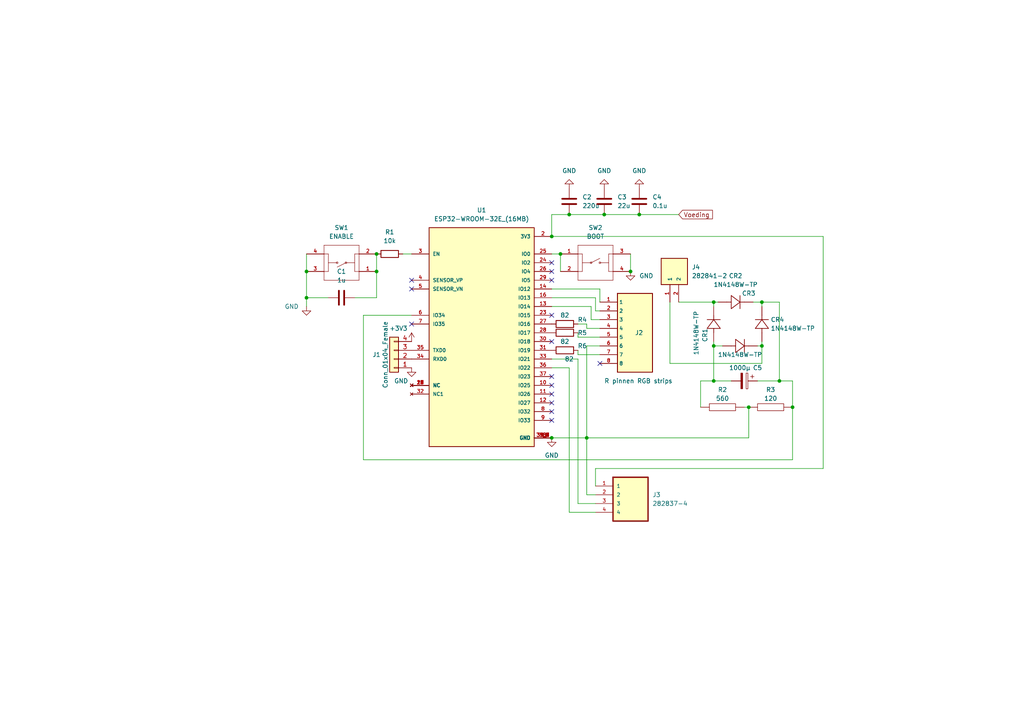
<source format=kicad_sch>
(kicad_sch (version 20211123) (generator eeschema)
  (paper "A4")
  (lib_symbols
    (symbol "1825910-6:1825910-6" (pin_names (offset 1.016) hide)
      (property "Reference" "SW" (at -5.08 5.842 0))
      (property "Value" "1825910-6" (at -5.08 -7.62 0))
      (symbol "1825910-6_0_0"
        (circle (center -1.27 0) (radius 0.254) (stroke (width 0.127)))
        (polyline (pts (xy -5.08 -5.08) (xy 5.08 -5.08)) (stroke (width 0.127)))
        (polyline (pts (xy -5.08 -2.54) (xy -5.08 -5.08)) (stroke (width 0.127)))
        (polyline (pts (xy -5.08 2.54) (xy -5.08 -2.54)) (stroke (width 0.127)))
        (polyline (pts (xy -5.08 2.54) (xy -3.81 2.54)) (stroke (width 0.127)))
        (polyline (pts (xy -5.08 5.08) (xy -5.08 2.54)) (stroke (width 0.127)))
        (polyline (pts (xy -5.08 5.08) (xy 5.08 5.08)) (stroke (width 0.127)))
        (polyline (pts (xy -3.81 -2.54) (xy -5.08 -2.54)) (stroke (width 0.127)))
        (polyline (pts (xy -3.81 0) (xy -3.81 -2.54)) (stroke (width 0.127)))
        (polyline (pts (xy -3.81 0) (xy -1.27 0)) (stroke (width 0.127)))
        (polyline (pts (xy -3.81 2.54) (xy -3.81 0)) (stroke (width 0.127)))
        (polyline (pts (xy -1.27 0) (xy 1.27 1.27)) (stroke (width 0.127)))
        (polyline (pts (xy 1.27 0) (xy 3.81 0)) (stroke (width 0.127)))
        (polyline (pts (xy 3.81 -2.54) (xy 5.08 -2.54)) (stroke (width 0.127)))
        (polyline (pts (xy 3.81 0) (xy 3.81 -2.54)) (stroke (width 0.127)))
        (polyline (pts (xy 3.81 0) (xy 3.81 2.54)) (stroke (width 0.127)))
        (polyline (pts (xy 3.81 2.54) (xy 5.08 2.54)) (stroke (width 0.127)))
        (polyline (pts (xy 5.08 -2.54) (xy 5.08 -5.08)) (stroke (width 0.127)))
        (polyline (pts (xy 5.08 2.54) (xy 5.08 -2.54)) (stroke (width 0.127)))
        (polyline (pts (xy 5.08 5.08) (xy 5.08 2.54)) (stroke (width 0.127)))
        (circle (center 1.27 0) (radius 0.254) (stroke (width 0.127)))
        (pin passive line (at -10.16 2.54 0) (length 5.08) (name "~") (number "1"))
        (pin passive line (at -10.16 -2.54 0) (length 5.08) (name "~") (number "2"))
        (pin passive line (at 10.16 2.54 180) (length 5.08) (name "~") (number "3"))
        (pin passive line (at 10.16 -2.54 180) (length 5.08) (name "~") (number "4"))
      )
    )
    (symbol "1N4148W-TP:1N4148W-TP" (pin_numbers hide) (pin_names (offset 1.016) hide)
      (property "Reference" "CR" (at -2.8194 2.6924 0))
      (property "Value" "1N4148W-TP" (at -3.8862 -5.5372 0))
      (symbol "1N4148W-TP_0_0"
        (polyline (pts (xy 2.54 0) (xy 3.81 0)) (stroke (width 0.2032)))
        (polyline (pts (xy 3.81 -1.905) (xy 6.35 0)) (stroke (width 0.2032)))
        (polyline (pts (xy 3.81 0) (xy 3.81 -1.905)) (stroke (width 0.2032)))
        (polyline (pts (xy 3.81 1.905) (xy 3.81 0)) (stroke (width 0.2032)))
        (polyline (pts (xy 6.35 -1.905) (xy 6.35 0)) (stroke (width 0.2032)))
        (polyline (pts (xy 6.35 0) (xy 3.81 1.905)) (stroke (width 0.2032)))
        (polyline (pts (xy 6.35 0) (xy 6.35 1.905)) (stroke (width 0.2032)))
        (polyline (pts (xy 6.35 0) (xy 7.62 0)) (stroke (width 0.2032)))
        (pin passive line (at 10.16 0 180) (length 2.54) (name "~") (number "1"))
        (pin passive line (at 0 0 0) (length 2.54) (name "~") (number "2"))
      )
    )
    (symbol "282837-4:282837-4" (pin_names (offset 1.016))
      (property "Reference" "J" (at 0 12.7 0))
      (property "Value" "282837-4" (at 0 -10.16 0))
      (symbol "282837-4_0_0"
        (rectangle (start -5.08 -5.08) (end 5.08 7.62) (stroke (width 0.4064)) (fill (type background)))
        (pin passive line (at -10.16 5.08 0) (length 5.08) (name "1") (number "1"))
        (pin passive line (at -10.16 2.54 0) (length 5.08) (name "2") (number "2"))
        (pin passive line (at -10.16 0 0) (length 5.08) (name "3") (number "3"))
        (pin passive line (at -10.16 -2.54 0) (length 5.08) (name "4") (number "4"))
      )
    )
    (symbol "282841-2:282841-2" (pin_names (offset 1.016))
      (property "Reference" "J" (at 0 10.16 0))
      (property "Value" "282841-2" (at 0 -7.62 0))
      (symbol "282841-2_0_0"
        (rectangle (start -5.08 -2.54) (end 2.54 5.08) (stroke (width 0.254)) (fill (type background)))
        (pin passive line (at -10.16 2.54 0) (length 5.08) (name "1") (number "1"))
        (pin passive line (at -10.16 0 0) (length 5.08) (name "2") (number "2"))
      )
    )
    (symbol "282841-5:8_pin_connector"
      (property "Reference" "U" (at -5.08 12.7 0))
      (property "Value" "8_pin_connector" (at 0 -13.97 0))
      (symbol "8_pin_connector_0_0"
        (pin passive line (at -10.16 8.89 0) (length 5.08) (name "1") (number "1"))
        (pin passive line (at -10.16 6.35 0) (length 5.08) (name "2") (number "2"))
        (pin passive line (at -10.16 3.81 0) (length 5.08) (name "3") (number "3"))
        (pin passive line (at -10.16 1.27 0) (length 5.08) (name "4") (number "4"))
        (pin passive line (at -10.16 -1.27 0) (length 5.08) (name "5") (number "5"))
        (pin passive line (at -10.16 -3.81 0) (length 5.08) (name "6") (number "6"))
        (pin passive line (at -10.16 -6.35 0) (length 5.08) (name "7") (number "7"))
        (pin passive line (at -10.16 -8.89 0) (length 5.08) (name "8") (number "8"))
      )
      (symbol "8_pin_connector_0_1"
        (rectangle (start -5.08 11.43) (end 5.08 -11.43))
        (rectangle (start -5.08 11.43) (end 5.08 -11.43) (fill (type background)))
        (polyline (pts (xy -5.08 11.43) (xy -5.08 -11.43) (xy 5.08 -11.43) (xy 5.08 11.43) (xy -5.08 11.43)) (stroke (width 0.254)))
      )
    )
    (symbol "Connector_Generic:Conn_01x04" (pin_names (offset 1.016) hide)
      (property "Reference" "J" (at 0 5.08 0))
      (property "Value" "Conn_01x04" (at 0 -7.62 0))
      (symbol "Conn_01x04_1_1"
        (rectangle (start -1.27 -4.953) (end 0 -5.207) (stroke (width 0.1524)))
        (rectangle (start -1.27 -2.413) (end 0 -2.667) (stroke (width 0.1524)))
        (rectangle (start -1.27 0.127) (end 0 -0.127) (stroke (width 0.1524)))
        (rectangle (start -1.27 2.667) (end 0 2.413) (stroke (width 0.1524)))
        (rectangle (start -1.27 3.81) (end 1.27 -6.35) (stroke (width 0.254)) (fill (type background)))
        (pin passive line (at -5.08 2.54 0) (length 3.81) (name "Pin_1") (number "1"))
        (pin passive line (at -5.08 0 0) (length 3.81) (name "Pin_2") (number "2"))
        (pin passive line (at -5.08 -2.54 0) (length 3.81) (name "Pin_3") (number "3"))
        (pin passive line (at -5.08 -5.08 0) (length 3.81) (name "Pin_4") (number "4"))
      )
    )
    (symbol "Device:C" (pin_numbers hide) (pin_names (offset 0.254))
      (property "Reference" "C" (at 0.635 2.54 0))
      (property "Value" "C" (at 0.635 -2.54 0))
      (symbol "C_0_1"
        (polyline (pts (xy -2.032 -0.762) (xy 2.032 -0.762)) (stroke (width 0.508)))
        (polyline (pts (xy -2.032 0.762) (xy 2.032 0.762)) (stroke (width 0.508)))
      )
      (symbol "C_1_1"
        (pin passive line (at 0 3.81 270) (length 2.794) (name "~") (number "1"))
        (pin passive line (at 0 -3.81 90) (length 2.794) (name "~") (number "2"))
      )
    )
    (symbol "Device:C_Polarized" (pin_numbers hide) (pin_names (offset 0.254))
      (property "Reference" "C" (at 0.635 2.54 0))
      (property "Value" "C_Polarized" (at 0.635 -2.54 0))
      (symbol "C_Polarized_0_1"
        (rectangle (start -2.286 0.508) (end 2.286 1.016))
        (polyline (pts (xy -1.778 2.286) (xy -0.762 2.286)))
        (polyline (pts (xy -1.27 2.794) (xy -1.27 1.778)))
        (rectangle (start 2.286 -0.508) (end -2.286 -1.016) (fill (type outline)))
      )
      (symbol "C_Polarized_1_1"
        (pin passive line (at 0 3.81 270) (length 2.794) (name "~") (number "1"))
        (pin passive line (at 0 -3.81 90) (length 2.794) (name "~") (number "2"))
      )
    )
    (symbol "Device:R" (pin_numbers hide) (pin_names (offset 0))
      (property "Reference" "R" (at 2.032 0 90))
      (property "Value" "R" (at 0 0 90))
      (symbol "R_0_1"
        (rectangle (start -1.016 -2.54) (end 1.016 2.54) (stroke (width 0.254)))
      )
      (symbol "R_1_1"
        (pin passive line (at 0 3.81 270) (length 1.27) (name "~") (number "1"))
        (pin passive line (at 0 -3.81 90) (length 1.27) (name "~") (number "2"))
      )
    )
    (symbol "ESP32-WROOM-32E__16MB_:ESP32-WROOM-32E_(16MB)" (pin_names (offset 1.016))
      (property "Reference" "U" (at -15.24 33.909 0))
      (property "Value" "ESP32-WROOM-32E_(16MB)" (at -15.24 -33.02 0))
      (symbol "ESP32-WROOM-32E_(16MB)_0_0"
        (rectangle (start -15.24 -30.48) (end 15.24 33.02) (stroke (width 0.254)) (fill (type background)))
        (pin power_in line (at 20.32 -27.94 180) (length 5.08) (name "GND") (number "1"))
        (pin bidirectional line (at 20.32 -12.7 180) (length 5.08) (name "IO25") (number "10"))
        (pin bidirectional line (at 20.32 -15.24 180) (length 5.08) (name "IO26") (number "11"))
        (pin bidirectional line (at 20.32 -17.78 180) (length 5.08) (name "IO27") (number "12"))
        (pin bidirectional line (at 20.32 10.16 180) (length 5.08) (name "IO14") (number "13"))
        (pin bidirectional line (at 20.32 15.24 180) (length 5.08) (name "IO12") (number "14"))
        (pin power_in line (at 20.32 -27.94 180) (length 5.08) (name "GND") (number "15"))
        (pin bidirectional line (at 20.32 12.7 180) (length 5.08) (name "IO13") (number "16"))
        (pin no_connect line (at -20.32 -12.7 0) (length 5.08) (name "NC") (number "17"))
        (pin no_connect line (at -20.32 -12.7 0) (length 5.08) (name "NC") (number "18"))
        (pin no_connect line (at -20.32 -12.7 0) (length 5.08) (name "NC") (number "19"))
        (pin power_in line (at 20.32 30.48 180) (length 5.08) (name "3V3") (number "2"))
        (pin no_connect line (at -20.32 -12.7 0) (length 5.08) (name "NC") (number "20"))
        (pin no_connect line (at -20.32 -12.7 0) (length 5.08) (name "NC") (number "21"))
        (pin no_connect line (at -20.32 -12.7 0) (length 5.08) (name "NC") (number "22"))
        (pin bidirectional line (at 20.32 7.62 180) (length 5.08) (name "IO15") (number "23"))
        (pin bidirectional line (at 20.32 22.86 180) (length 5.08) (name "IO2") (number "24"))
        (pin bidirectional line (at 20.32 25.4 180) (length 5.08) (name "IO0") (number "25"))
        (pin bidirectional line (at 20.32 20.32 180) (length 5.08) (name "IO4") (number "26"))
        (pin bidirectional line (at 20.32 5.08 180) (length 5.08) (name "IO16") (number "27"))
        (pin bidirectional line (at 20.32 2.54 180) (length 5.08) (name "IO17") (number "28"))
        (pin bidirectional line (at 20.32 17.78 180) (length 5.08) (name "IO5") (number "29"))
        (pin input line (at -20.32 25.4 0) (length 5.08) (name "EN") (number "3"))
        (pin bidirectional line (at 20.32 0 180) (length 5.08) (name "IO18") (number "30"))
        (pin bidirectional line (at 20.32 -2.54 180) (length 5.08) (name "IO19") (number "31"))
        (pin no_connect line (at -20.32 -15.24 0) (length 5.08) (name "NC1") (number "32"))
        (pin bidirectional line (at 20.32 -5.08 180) (length 5.08) (name "IO21") (number "33"))
        (pin bidirectional line (at -20.32 -5.08 0) (length 5.08) (name "RXD0") (number "34"))
        (pin bidirectional line (at -20.32 -2.54 0) (length 5.08) (name "TXD0") (number "35"))
        (pin bidirectional line (at 20.32 -7.62 180) (length 5.08) (name "IO22") (number "36"))
        (pin bidirectional line (at 20.32 -10.16 180) (length 5.08) (name "IO23") (number "37"))
        (pin power_in line (at 20.32 -27.94 180) (length 5.08) (name "GND") (number "38"))
        (pin power_in line (at 20.32 -27.94 180) (length 5.08) (name "GND") (number "39_1"))
        (pin power_in line (at 20.32 -27.94 180) (length 5.08) (name "GND") (number "39_2"))
        (pin power_in line (at 20.32 -27.94 180) (length 5.08) (name "GND") (number "39_3"))
        (pin power_in line (at 20.32 -27.94 180) (length 5.08) (name "GND") (number "39_4"))
        (pin power_in line (at 20.32 -27.94 180) (length 5.08) (name "GND") (number "39_5"))
        (pin power_in line (at 20.32 -27.94 180) (length 5.08) (name "GND") (number "39_6"))
        (pin power_in line (at 20.32 -27.94 180) (length 5.08) (name "GND") (number "39_7"))
        (pin power_in line (at 20.32 -27.94 180) (length 5.08) (name "GND") (number "39_8"))
        (pin power_in line (at 20.32 -27.94 180) (length 5.08) (name "GND") (number "39_9"))
        (pin input line (at -20.32 17.78 0) (length 5.08) (name "SENSOR_VP") (number "4"))
        (pin input line (at -20.32 15.24 0) (length 5.08) (name "SENSOR_VN") (number "5"))
        (pin input line (at -20.32 7.62 0) (length 5.08) (name "IO34") (number "6"))
        (pin input line (at -20.32 5.08 0) (length 5.08) (name "IO35") (number "7"))
        (pin bidirectional line (at 20.32 -20.32 180) (length 5.08) (name "IO32") (number "8"))
        (pin bidirectional line (at 20.32 -22.86 180) (length 5.08) (name "IO33") (number "9"))
      )
    )
    (symbol "power:+3V3" (power) (pin_names (offset 0))
      (property "Value" "+3V3" (at 0 3.556 0))
      (symbol "+3V3_0_1"
        (polyline (pts (xy -0.762 1.27) (xy 0 2.54)))
        (polyline (pts (xy 0 0) (xy 0 2.54)))
        (polyline (pts (xy 0 2.54) (xy 0.762 1.27)))
      )
      (symbol "+3V3_1_1"
        (pin power_in line (at 0 0 90) (length 0) hide (name "+3V3") (number "1"))
      )
    )
    (symbol "power:GND" (power) (pin_names (offset 0))
      (property "Value" "GND" (at 0 -3.81 0))
      (symbol "GND_0_1"
        (polyline (pts (xy 0 0) (xy 0 -1.27) (xy 1.27 -1.27) (xy 0 -2.54) (xy -1.27 -1.27) (xy 0 -1.27)))
      )
      (symbol "GND_1_1"
        (pin power_in line (at 0 0 270) (length 0) hide (name "GND") (number "1"))
      )
    )
    (symbol "pspice:R" (pin_numbers hide) (pin_names (offset 0))
      (property "Reference" "R" (at 2.032 0 90))
      (property "Value" "R" (at 0 0 90))
      (symbol "R_0_1"
        (rectangle (start -1.016 3.81) (end 1.016 -3.81))
      )
      (symbol "R_1_1"
        (pin passive line (at 0 6.35 270) (length 2.54) (name "~") (number "1"))
        (pin passive line (at 0 -6.35 90) (length 2.54) (name "~") (number "2"))
      )
    )
  )
  (junction (at 220.98 87.63))
  (junction (at 220.98 100.33))
  (junction (at 160.02 127))
  (junction (at 88.9 86.36))
  (junction (at 109.22 73.66))
  (junction (at 217.17 118.11))
  (junction (at 109.22 78.74))
  (junction (at 162.56 73.66))
  (junction (at 182.88 78.74))
  (junction (at 88.9 78.74))
  (junction (at 229.87 118.11))
  (junction (at 207.01 110.49))
  (junction (at 207.01 100.33))
  (junction (at 207.01 87.63))
  (junction (at 165.1 62.23))
  (junction (at 185.42 62.23))
  (junction (at 226.06 110.49))
  (junction (at 170.18 127))
  (junction (at 160.02 68.58))
  (junction (at 175.26 62.23))
  (no_connect (at 119.38 93.98))
  (no_connect (at 160.02 121.92))
  (no_connect (at 160.02 91.44))
  (no_connect (at 160.02 109.22))
  (no_connect (at 119.38 83.82))
  (no_connect (at 119.38 81.28))
  (no_connect (at 160.02 99.06))
  (no_connect (at 160.02 114.3))
  (no_connect (at 160.02 111.76))
  (no_connect (at 160.02 78.74))
  (no_connect (at 160.02 81.28))
  (no_connect (at 173.99 105.41))
  (no_connect (at 160.02 116.84))
  (no_connect (at 160.02 119.38))
  (no_connect (at 160.02 76.2))
  (wire (pts (xy 207.01 99.06) (xy 207.01 100.33)))
  (wire (pts (xy 167.64 146.05) (xy 167.64 104.14)))
  (wire (pts (xy 173.99 83.82) (xy 173.99 87.63)))
  (wire (pts (xy 220.98 87.63) (xy 220.98 88.9)))
  (wire (pts (xy 207.01 100.33) (xy 207.01 110.49)))
  (wire (pts (xy 102.87 86.36) (xy 109.22 86.36)))
  (wire (pts (xy 165.1 148.59) (xy 172.72 148.59)))
  (wire (pts (xy 160.02 62.23) (xy 165.1 62.23)))
  (wire (pts (xy 172.72 90.17) (xy 173.99 90.17)))
  (wire (pts (xy 229.87 118.11) (xy 229.87 110.49)))
  (wire (pts (xy 160.02 83.82) (xy 173.99 83.82)))
  (wire (pts (xy 165.1 62.23) (xy 175.26 62.23)))
  (wire (pts (xy 219.71 100.33) (xy 220.98 100.33)))
  (wire (pts (xy 170.18 95.25) (xy 173.99 95.25)))
  (wire (pts (xy 229.87 110.49) (xy 226.06 110.49)))
  (wire (pts (xy 167.64 97.79) (xy 173.99 97.79)))
  (wire (pts (xy 217.17 118.11) (xy 217.17 127)))
  (wire (pts (xy 167.64 104.14) (xy 160.02 104.14)))
  (wire (pts (xy 160.02 68.58) (xy 238.76 68.58)))
  (wire (pts (xy 218.44 87.63) (xy 220.98 87.63)))
  (wire (pts (xy 219.71 110.49) (xy 226.06 110.49)))
  (wire (pts (xy 170.18 143.51) (xy 172.72 143.51)))
  (wire (pts (xy 170.18 127) (xy 217.17 127)))
  (wire (pts (xy 88.9 86.36) (xy 88.9 88.9)))
  (wire (pts (xy 88.9 78.74) (xy 88.9 73.66)))
  (wire (pts (xy 172.72 140.97) (xy 172.72 135.89)))
  (wire (pts (xy 196.85 62.23) (xy 185.42 62.23)))
  (wire (pts (xy 160.02 88.9) (xy 171.45 88.9)))
  (wire (pts (xy 167.64 93.98) (xy 170.18 93.98)))
  (wire (pts (xy 207.01 110.49) (xy 212.09 110.49)))
  (wire (pts (xy 160.02 62.23) (xy 160.02 68.58)))
  (wire (pts (xy 171.45 92.71) (xy 173.99 92.71)))
  (wire (pts (xy 167.64 101.6) (xy 167.64 102.87)))
  (wire (pts (xy 175.26 62.23) (xy 185.42 62.23)))
  (wire (pts (xy 160.02 106.68) (xy 165.1 106.68)))
  (wire (pts (xy 172.72 86.36) (xy 172.72 90.17)))
  (wire (pts (xy 229.87 118.11) (xy 229.87 133.35)))
  (wire (pts (xy 171.45 88.9) (xy 171.45 92.71)))
  (wire (pts (xy 88.9 78.74) (xy 88.9 86.36)))
  (wire (pts (xy 109.22 86.36) (xy 109.22 78.74)))
  (wire (pts (xy 220.98 100.33) (xy 220.98 105.41)))
  (wire (pts (xy 160.02 86.36) (xy 172.72 86.36)))
  (wire (pts (xy 170.18 100.33) (xy 170.18 127)))
  (wire (pts (xy 208.28 87.63) (xy 207.01 87.63)))
  (wire (pts (xy 88.9 86.36) (xy 95.25 86.36)))
  (wire (pts (xy 220.98 99.06) (xy 220.98 100.33)))
  (wire (pts (xy 207.01 87.63) (xy 207.01 88.9)))
  (wire (pts (xy 172.72 135.89) (xy 238.76 135.89)))
  (wire (pts (xy 220.98 87.63) (xy 226.06 87.63)))
  (wire (pts (xy 203.2 110.49) (xy 207.01 110.49)))
  (wire (pts (xy 173.99 100.33) (xy 170.18 100.33)))
  (wire (pts (xy 207.01 100.33) (xy 209.55 100.33)))
  (wire (pts (xy 105.41 133.35) (xy 229.87 133.35)))
  (wire (pts (xy 172.72 146.05) (xy 167.64 146.05)))
  (wire (pts (xy 105.41 133.35) (xy 105.41 91.44)))
  (wire (pts (xy 194.31 87.63) (xy 194.31 105.41)))
  (wire (pts (xy 162.56 73.66) (xy 160.02 73.66)))
  (wire (pts (xy 109.22 78.74) (xy 109.22 73.66)))
  (wire (pts (xy 226.06 87.63) (xy 226.06 110.49)))
  (wire (pts (xy 203.2 118.11) (xy 203.2 110.49)))
  (wire (pts (xy 194.31 105.41) (xy 220.98 105.41)))
  (wire (pts (xy 215.9 118.11) (xy 217.17 118.11)))
  (wire (pts (xy 116.84 73.66) (xy 119.38 73.66)))
  (wire (pts (xy 162.56 73.66) (xy 162.56 78.74)))
  (wire (pts (xy 196.85 87.63) (xy 207.01 87.63)))
  (wire (pts (xy 160.02 127) (xy 170.18 127)))
  (wire (pts (xy 182.88 73.66) (xy 182.88 78.74)))
  (wire (pts (xy 105.41 91.44) (xy 119.38 91.44)))
  (wire (pts (xy 167.64 96.52) (xy 167.64 97.79)))
  (wire (pts (xy 170.18 93.98) (xy 170.18 95.25)))
  (wire (pts (xy 170.18 127) (xy 170.18 143.51)))
  (wire (pts (xy 238.76 135.89) (xy 238.76 68.58)))
  (wire (pts (xy 165.1 106.68) (xy 165.1 148.59)))
  (wire (pts (xy 167.64 102.87) (xy 173.99 102.87)))
  (global_label "Voeding" (shape input) (at 196.85 62.23 0) (property "Intersheet References" "${INTERSHEET_REFS}" (effects hide)))
  (symbol (lib_id "Device:R") (at 163.83 96.52 90) (unit 1)
    (property "Reference" "R5" (at 168.91 96.52 90))
    (property "Value" "82" (at 163.83 99.06 90))
    (property "Footprint" "libraries:RESC6332X65N" (effects hide))
  )
  (symbol (lib_id "Connector_Generic:Conn_01x04") (at 114.3 104.14 180) (unit 1)
    (property "Reference" "J1" (at 109.22 102.87 0))
    (property "Value" "Conn_01x04_Female" (at 111.76 102.87 90))
    (property "Footprint" "Connector_PinHeader_2.54mm:PinHeader_1x04_P2.54mm_Vertical" (effects hide))
  )
  (symbol (lib_id "pspice:R") (at 209.55 118.11 90) (unit 1)
    (property "Reference" "R2" (at 209.55 113.03 90))
    (property "Value" "560" (at 209.55 115.57 90))
    (property "Footprint" "libraries:RESC6332X65N" (effects hide))
  )
  (symbol (lib_id "1N4148W-TP:1N4148W-TP") (at 220.98 99.06 90) (unit 1)
    (property "Reference" "CR4" (at 223.52 92.71 90) (effects (justify right)))
    (property "Value" "1N4148W-TP" (at 223.52 95.25 90) (effects (justify right)))
    (property "Footprint" "Diode_SMD:D_0201_0603Metric" (effects hide))
    (property "MANUFACTURER_PART_NUMBER" "1N4148W-TP" (effects hide))
    (property "BUILT_BY" "EMA_Cory" (effects hide))
    (property "VENDOR" "Micro Commercial Co" (effects hide))
    (property "DATASHEET" "https://www.mccsemi.com/pdf/Products/1N4148W(SOD123).pdf" (effects hide))
    (property "COPYRIGHT" "Copyright (C) 2018 Accelerated Designs. All rights reserved" (effects hide))
  )
  (symbol (lib_id "Device:R") (at 163.83 101.6 90) (unit 1)
    (property "Reference" "R6" (at 168.91 100.33 90))
    (property "Value" "82" (at 165.1 104.14 90))
    (property "Footprint" "libraries:RESC6332X65N" (effects hide))
  )
  (symbol (lib_id "1N4148W-TP:1N4148W-TP") (at 209.55 100.33 0) (unit 1)
    (property "Reference" "CR3" (at 217.17 85.09 0))
    (property "Value" "1N4148W-TP" (at 214.63 102.87 0))
    (property "Footprint" "Diode_SMD:D_0201_0603Metric" (effects hide))
    (property "MANUFACTURER_PART_NUMBER" "1N4148W-TP" (effects hide))
    (property "BUILT_BY" "EMA_Cory" (effects hide))
    (property "VENDOR" "Micro Commercial Co" (effects hide))
    (property "DATASHEET" "https://www.mccsemi.com/pdf/Products/1N4148W(SOD123).pdf" (effects hide))
    (property "COPYRIGHT" "Copyright (C) 2018 Accelerated Designs. All rights reserved" (effects hide))
  )
  (symbol (lib_id "power:GND") (at 160.02 127 0) (unit 1)
    (property "Reference" "#PWR0102" (effects hide))
    (property "Value" "GND" (at 160.02 132.08 0))
  )
  (symbol (lib_id "power:GND") (at 175.26 54.61 180) (unit 1)
    (property "Reference" "#PWR0104" (effects hide))
    (property "Value" "GND" (at 175.26 49.53 0))
  )
  (symbol (lib_id "power:GND") (at 182.88 78.74 0) (unit 1)
    (property "Reference" "#PWR0105" (effects hide))
    (property "Value" "GND" (at 185.42 80.0099 0) (effects (justify left)))
  )
  (symbol (lib_id "1N4148W-TP:1N4148W-TP") (at 207.01 99.06 90) (unit 1)
    (property "Reference" "CR1" (at 204.47 95.25 0) (effects (justify right)))
    (property "Value" "1N4148W-TP" (at 201.93 90.17 0) (effects (justify right)))
    (property "Footprint" "Diode_SMD:D_0201_0603Metric" (effects hide))
    (property "MANUFACTURER_PART_NUMBER" "1N4148W-TP" (effects hide))
    (property "BUILT_BY" "EMA_Cory" (effects hide))
    (property "VENDOR" "Micro Commercial Co" (effects hide))
    (property "DATASHEET" "https://www.mccsemi.com/pdf/Products/1N4148W(SOD123).pdf" (effects hide))
    (property "COPYRIGHT" "Copyright (C) 2018 Accelerated Designs. All rights reserved" (effects hide))
  )
  (symbol (lib_id "power:GND") (at 165.1 54.61 180) (unit 1)
    (property "Reference" "#PWR0103" (effects hide))
    (property "Value" "GND" (at 165.1 49.53 0))
  )
  (symbol (lib_id "power:GND") (at 185.42 54.61 180) (unit 1)
    (property "Reference" "#PWR0106" (effects hide))
    (property "Value" "GND" (at 185.42 49.53 0))
  )
  (symbol (lib_id "Device:C") (at 165.1 58.42 180) (unit 1)
    (property "Reference" "C2" (at 168.91 57.1499 0) (effects (justify right)))
    (property "Value" "220u" (at 168.91 59.6899 0) (effects (justify right)))
    (property "Footprint" "Capacitor_SMD:C_0805_2012Metric" (effects hide))
  )
  (symbol (lib_id "282841-2:282841-2") (at 196.85 77.47 90) (unit 1)
    (property "Reference" "J4" (at 200.66 77.4699 90) (effects (justify right)))
    (property "Value" "282841-2" (at 200.66 80.0099 90) (effects (justify right)))
    (property "Footprint" "libraries:TE_282841-2" (effects hide))
    (property "Comment" "282841-2" (effects hide))
    (property "EU_RoHS_Compliance" "Compliant with Exemptions" (effects hide))
  )
  (symbol (lib_id "282837-4:282837-4") (at 182.88 146.05 0) (unit 1)
    (property "Reference" "J3" (at 189.23 143.5099 0) (effects (justify left)))
    (property "Value" "282837-4" (at 189.23 146.0499 0) (effects (justify left)))
    (property "Footprint" "282837-4:TE_282837-4" (effects hide))
    (property "Comment" "282837-4" (effects hide))
    (property "EU_RoHS_Compliance" "Compliant with Exemptions" (effects hide))
  )
  (symbol (lib_id "1N4148W-TP:1N4148W-TP") (at 208.28 87.63 0) (unit 1)
    (property "Reference" "CR2" (at 213.36 80.01 0))
    (property "Value" "1N4148W-TP" (at 213.36 82.55 0))
    (property "Footprint" "Diode_SMD:D_0201_0603Metric" (effects hide))
    (property "MANUFACTURER_PART_NUMBER" "1N4148W-TP" (effects hide))
    (property "BUILT_BY" "EMA_Cory" (effects hide))
    (property "VENDOR" "Micro Commercial Co" (effects hide))
    (property "DATASHEET" "https://www.mccsemi.com/pdf/Products/1N4148W(SOD123).pdf" (effects hide))
    (property "COPYRIGHT" "Copyright (C) 2018 Accelerated Designs. All rights reserved" (effects hide))
  )
  (symbol (lib_id "Device:C") (at 99.06 86.36 90) (unit 1)
    (property "Reference" "C1" (at 99.06 78.74 90))
    (property "Value" "1u" (at 99.06 81.28 90))
    (property "Footprint" "Capacitor_SMD:C_0805_2012Metric" (effects hide))
  )
  (symbol (lib_id "Device:C") (at 175.26 58.42 180) (unit 1)
    (property "Reference" "C3" (at 179.07 57.1499 0) (effects (justify right)))
    (property "Value" "22u" (at 179.07 59.6899 0) (effects (justify right)))
    (property "Footprint" "Capacitor_SMD:C_0805_2012Metric" (effects hide))
  )
  (symbol (lib_id "Device:C_Polarized") (at 215.9 110.49 270) (unit 1)
    (property "Reference" "C5" (at 219.71 106.68 90))
    (property "Value" "1000µ" (at 214.63 106.68 90))
    (property "Footprint" "Capacitor_THT:CP_Axial_L26.5mm_D20.0mm_P33.00mm_Horizontal" (effects hide))
  )
  (symbol (lib_id "Device:R") (at 113.03 73.66 90) (unit 1)
    (property "Reference" "R1" (at 113.03 67.31 90))
    (property "Value" "10k" (at 113.03 69.85 90))
    (property "Footprint" "libraries:RESC6332X65N" (effects hide))
  )
  (symbol (lib_id "Device:R") (at 163.83 93.98 90) (unit 1)
    (property "Reference" "R4" (at 168.91 92.71 90))
    (property "Value" "82" (at 163.83 91.44 90))
    (property "Footprint" "libraries:RESC6332X65N" (effects hide))
  )
  (symbol (lib_id "power:+3V3") (at 119.38 99.06 0) (unit 1)
    (property "Reference" "#PWR01" (effects hide))
    (property "Value" "+3V3" (at 115.57 95.25 0))
  )
  (symbol (lib_id "power:GND") (at 88.9 88.9 0) (unit 1)
    (property "Reference" "#PWR0101" (effects hide))
    (property "Value" "GND" (at 82.55 88.9 0) (effects (justify left)))
  )
  (symbol (lib_id "Device:C") (at 185.42 58.42 180) (unit 1)
    (property "Reference" "C4" (at 189.23 57.1499 0) (effects (justify right)))
    (property "Value" "0.1u" (at 189.23 59.69 0) (effects (justify right)))
    (property "Footprint" "Capacitor_SMD:C_0805_2012Metric" (effects hide))
  )
  (symbol (lib_id "1825910-6:1825910-6") (at 99.06 76.2 180) (unit 1)
    (property "Reference" "SW1" (at 99.06 66.04 0))
    (property "Value" "ENABLE" (at 99.06 68.58 0))
    (property "Footprint" "libraries:SW_1825910-6-4" (effects hide))
    (property "Comment" "1825910-6" (effects hide))
  )
  (symbol (lib_id "1825910-6:1825910-6") (at 172.72 76.2 0) (unit 1)
    (property "Reference" "SW2" (at 172.72 66.04 0))
    (property "Value" "BOOT" (at 172.72 68.58 0))
    (property "Footprint" "libraries:SW_1825910-6-4" (effects hide))
    (property "Comment" "1825910-6" (effects hide))
  )
  (symbol (lib_id "power:GND") (at 119.38 106.68 0) (unit 1)
    (property "Reference" "#PWR02" (effects hide))
    (property "Value" "GND" (at 114.3 110.49 0) (effects (justify left)))
  )
  (symbol (lib_id "282841-5:8_pin_connector") (at 184.15 96.52 0) (unit 1)
    (property "Reference" "J2" (at 184.15 96.52 0) (effects (justify left)))
    (property "Value" "R pinnen RGB strips" (at 175.26 110.49 0) (effects (justify left)))
    (property "Footprint" "libraries:TE_282841-8" (effects hide))
  )
  (symbol (lib_id "ESP32-WROOM-32E__16MB_:ESP32-WROOM-32E_(16MB)") (at 139.7 99.06 0) (unit 1)
    (property "Reference" "U1" (at 139.7 60.96 0))
    (property "Value" "ESP32-WROOM-32E_(16MB)" (at 139.7 63.5 0))
    (property "Footprint" "libraries:XCVR_ESP32-WROOM-32E_(16MB)" (effects hide))
    (property "PARTREV" "1.4" (effects hide))
    (property "STANDARD" "Manufacturer Recommendations" (effects hide))
    (property "MAXIMUM_PACKAGE_HEIGHT" "3.25mm" (effects hide))
    (property "MANUFACTURER" "Espressif Systems" (effects hide))
  )
  (symbol (lib_id "pspice:R") (at 223.52 118.11 90) (unit 1)
    (property "Reference" "R3" (at 223.52 113.03 90))
    (property "Value" "120" (at 223.52 115.57 90))
    (property "Footprint" "libraries:RESC6332X65N" (effects hide))
  )
)
</source>
